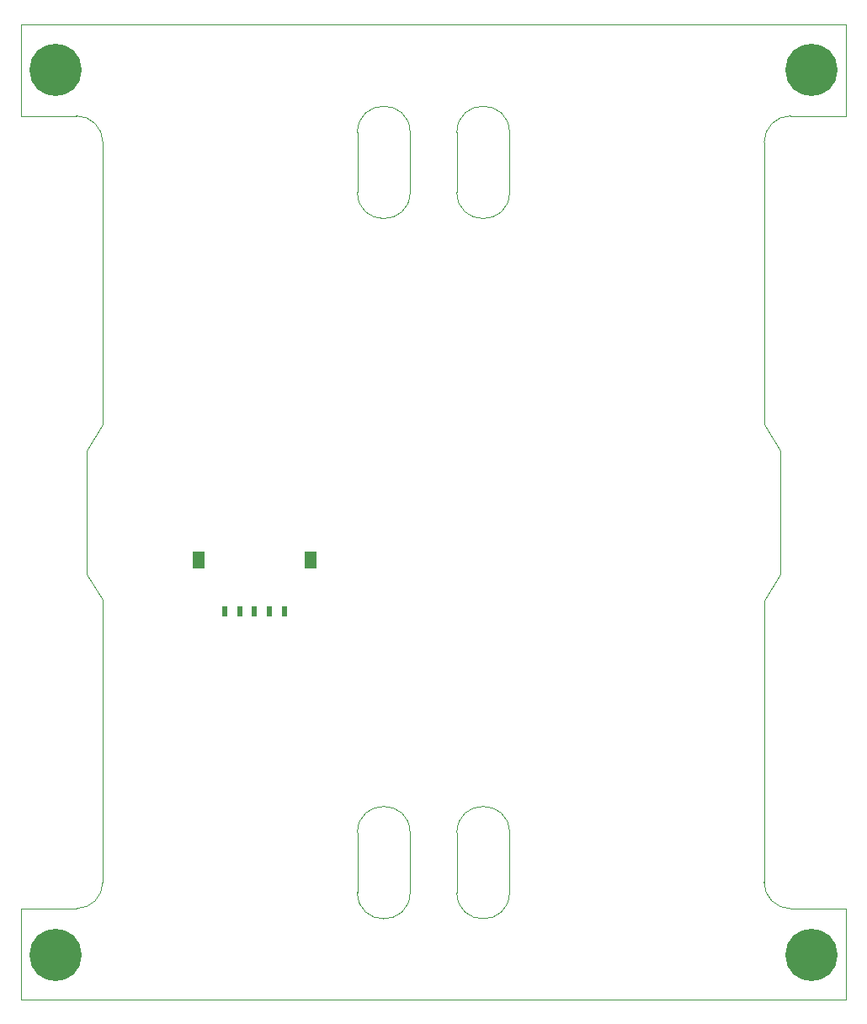
<source format=gbr>
%TF.GenerationSoftware,KiCad,Pcbnew,7.0.5*%
%TF.CreationDate,2023-06-21T15:03:31-07:00*%
%TF.ProjectId,solar-panel-NoCutout,736f6c61-722d-4706-916e-656c2d4e6f43,3.0*%
%TF.SameCoordinates,Original*%
%TF.FileFunction,Soldermask,Bot*%
%TF.FilePolarity,Negative*%
%FSLAX46Y46*%
G04 Gerber Fmt 4.6, Leading zero omitted, Abs format (unit mm)*
G04 Created by KiCad (PCBNEW 7.0.5) date 2023-06-21 15:03:31*
%MOMM*%
%LPD*%
G01*
G04 APERTURE LIST*
%ADD10C,5.250000*%
%ADD11R,0.600000X1.000000*%
%ADD12R,1.250000X1.800000*%
%TA.AperFunction,Profile*%
%ADD13C,0.050000*%
%TD*%
G04 APERTURE END LIST*
D10*
%TO.C,J2*%
X106500000Y-70300000D03*
%TD*%
%TO.C,J3*%
X106500000Y-159300000D03*
%TD*%
%TO.C,J4*%
X182500000Y-70300000D03*
%TD*%
%TO.C,J5*%
X182500000Y-159300000D03*
%TD*%
D11*
%TO.C,J1*%
X123500000Y-124750000D03*
X125000000Y-124750000D03*
X126499999Y-124750000D03*
X128000001Y-124750000D03*
X129500001Y-124750000D03*
D12*
X120895001Y-119560000D03*
X132104999Y-119560000D03*
%TD*%
D13*
X136850000Y-153000000D02*
X136850000Y-147000000D01*
X142150000Y-153000000D02*
X142150000Y-147000000D01*
X146850000Y-147000000D02*
X146850000Y-153000000D01*
X152150000Y-153000000D02*
X152150000Y-147000000D01*
X142150000Y-76600000D02*
X142150000Y-82600000D01*
X136850000Y-76600000D02*
X136850000Y-82600000D01*
X146850000Y-76600000D02*
X146850000Y-82600000D01*
X152150000Y-76600000D02*
X152150000Y-82600000D01*
X186000000Y-65750000D02*
X103000000Y-65750000D01*
X108580000Y-74920000D02*
X103000000Y-74920000D01*
X111239937Y-77570000D02*
G75*
G03*
X108580000Y-74920001I-2644937J5100D01*
G01*
X103000000Y-65750000D02*
X103000000Y-74920000D01*
X103000000Y-154620000D02*
X103000000Y-163750000D01*
X136850000Y-82600000D02*
G75*
G03*
X142150000Y-82600000I2650000J0D01*
G01*
X186000000Y-74925000D02*
X180420000Y-74925000D01*
X152150000Y-76600000D02*
G75*
G03*
X146850000Y-76600000I-2650000J0D01*
G01*
X186000000Y-74925000D02*
X186000000Y-65750000D01*
X142150000Y-76600000D02*
G75*
G03*
X136850000Y-76600000I-2650000J0D01*
G01*
X111240000Y-123595000D02*
X111240000Y-151970000D01*
X109650000Y-108545000D02*
X109650000Y-120995000D01*
X109650000Y-120995000D02*
X111240000Y-123595000D01*
X103000000Y-163750000D02*
X186000000Y-163750000D01*
X142150000Y-147000000D02*
G75*
G03*
X136850000Y-147000000I-2650000J0D01*
G01*
X186000000Y-163750000D02*
X186000000Y-154625000D01*
X136850000Y-153000000D02*
G75*
G03*
X142150000Y-153000000I2650000J0D01*
G01*
X180420000Y-74925039D02*
G75*
G03*
X177760001Y-77575000I-15100J-2644861D01*
G01*
X109650000Y-108545000D02*
X111240000Y-105945000D01*
X177760000Y-105950000D02*
X179350000Y-108550000D01*
X177760000Y-77575000D02*
X177760000Y-105950000D01*
X152150000Y-147000000D02*
G75*
G03*
X146850000Y-147000000I-2650000J0D01*
G01*
X108580000Y-154619961D02*
G75*
G03*
X111239999Y-151970000I15000J2644961D01*
G01*
X179350000Y-108550000D02*
X179350000Y-121000000D01*
X146850000Y-153000000D02*
G75*
G03*
X152150000Y-153000000I2650000J0D01*
G01*
X111240000Y-77570000D02*
X111240000Y-105945000D01*
X177759964Y-151975000D02*
G75*
G03*
X180420000Y-154624999I2645136J-4900D01*
G01*
X103000000Y-154620000D02*
X108580000Y-154620000D01*
X146850000Y-82600000D02*
G75*
G03*
X152150000Y-82600000I2650000J0D01*
G01*
X177760000Y-123600000D02*
X177760000Y-151975000D01*
X177760000Y-123600000D02*
X179350000Y-121000000D01*
X180420000Y-154625000D02*
X186000000Y-154625000D01*
M02*

</source>
